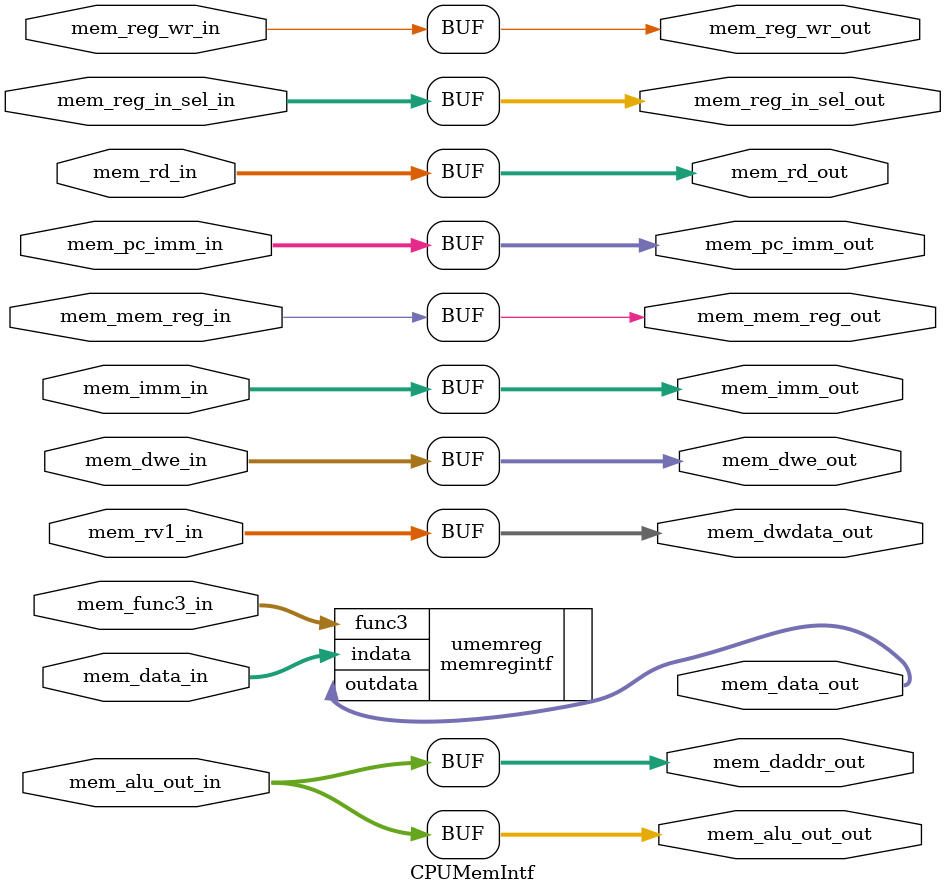
<source format=v>
module CPUMemIntf(
    
    input [31:0] mem_alu_out_in,
    input [31:0] mem_data_in,
    input [31:0] mem_rv1_in,
    input [31:0] mem_pc_imm_in,
    input [31:0] mem_imm_in,

    input [4:0] mem_rd_in,
    input [1:0] mem_reg_in_sel_in,
    input [3:0] mem_dwe_in,
    input [2:0] mem_func3_in,
    input mem_mem_reg_in,
    input mem_reg_wr_in,
    
    output [31:0] mem_alu_out_out,
    output [31:0] mem_data_out,
    output [31:0] mem_pc_imm_out,
    output [31:0] mem_imm_out,
    output [3:0] mem_dwe_out,
    output [31:0] mem_daddr_out,
    output [31:0] mem_dwdata_out,  
    output [4:0] mem_rd_out,
    output [1:0] mem_reg_in_sel_out,
    output mem_mem_reg_out,
    output mem_reg_wr_out
);


    assign mem_dwe_out = mem_dwe_in;
    assign mem_daddr_out = mem_alu_out_in;
    assign mem_dwdata_out = mem_rv1_in; 

    memregintf umemreg(
        .func3(mem_func3_in),
        .indata(mem_data_in),
        .outdata(mem_data_out)
    );

    assign mem_alu_out_out = mem_alu_out_in;
    assign mem_pc_imm_out = mem_pc_imm_in;
    assign mem_imm_out = mem_imm_in;
    assign mem_rd_out = mem_rd_in;
    assign mem_reg_in_sel_out = mem_reg_in_sel_in;
    assign mem_mem_reg_out = mem_mem_reg_in;
    assign mem_reg_wr_out = mem_reg_wr_in;

endmodule
</source>
